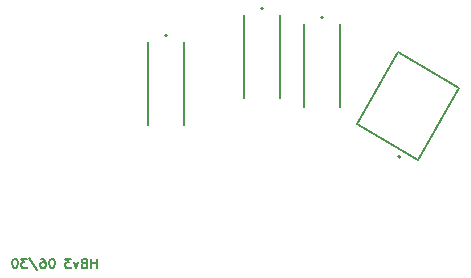
<source format=gbr>
G04 #@! TF.GenerationSoftware,KiCad,Pcbnew,5.1.5*
G04 #@! TF.CreationDate,2020-06-30T15:32:26-05:00*
G04 #@! TF.ProjectId,Encoder,456e636f-6465-4722-9e6b-696361645f70,rev?*
G04 #@! TF.SameCoordinates,Original*
G04 #@! TF.FileFunction,Legend,Bot*
G04 #@! TF.FilePolarity,Positive*
%FSLAX46Y46*%
G04 Gerber Fmt 4.6, Leading zero omitted, Abs format (unit mm)*
G04 Created by KiCad (PCBNEW 5.1.5) date 2020-06-30 15:32:26*
%MOMM*%
%LPD*%
G04 APERTURE LIST*
%ADD10C,0.175000*%
%ADD11C,0.127000*%
%ADD12C,0.200000*%
G04 APERTURE END LIST*
D10*
X138435904Y-81895904D02*
X138435904Y-81095904D01*
X138435904Y-81476857D02*
X137978761Y-81476857D01*
X137978761Y-81895904D02*
X137978761Y-81095904D01*
X137331142Y-81476857D02*
X137216857Y-81514952D01*
X137178761Y-81553047D01*
X137140666Y-81629238D01*
X137140666Y-81743523D01*
X137178761Y-81819714D01*
X137216857Y-81857809D01*
X137293047Y-81895904D01*
X137597809Y-81895904D01*
X137597809Y-81095904D01*
X137331142Y-81095904D01*
X137254952Y-81134000D01*
X137216857Y-81172095D01*
X137178761Y-81248285D01*
X137178761Y-81324476D01*
X137216857Y-81400666D01*
X137254952Y-81438761D01*
X137331142Y-81476857D01*
X137597809Y-81476857D01*
X136874000Y-81362571D02*
X136683523Y-81895904D01*
X136493047Y-81362571D01*
X136264476Y-81095904D02*
X135769238Y-81095904D01*
X136035904Y-81400666D01*
X135921619Y-81400666D01*
X135845428Y-81438761D01*
X135807333Y-81476857D01*
X135769238Y-81553047D01*
X135769238Y-81743523D01*
X135807333Y-81819714D01*
X135845428Y-81857809D01*
X135921619Y-81895904D01*
X136150190Y-81895904D01*
X136226380Y-81857809D01*
X136264476Y-81819714D01*
X134664476Y-81095904D02*
X134588285Y-81095904D01*
X134512095Y-81134000D01*
X134474000Y-81172095D01*
X134435904Y-81248285D01*
X134397809Y-81400666D01*
X134397809Y-81591142D01*
X134435904Y-81743523D01*
X134474000Y-81819714D01*
X134512095Y-81857809D01*
X134588285Y-81895904D01*
X134664476Y-81895904D01*
X134740666Y-81857809D01*
X134778761Y-81819714D01*
X134816857Y-81743523D01*
X134854952Y-81591142D01*
X134854952Y-81400666D01*
X134816857Y-81248285D01*
X134778761Y-81172095D01*
X134740666Y-81134000D01*
X134664476Y-81095904D01*
X133712095Y-81095904D02*
X133864476Y-81095904D01*
X133940666Y-81134000D01*
X133978761Y-81172095D01*
X134054952Y-81286380D01*
X134093047Y-81438761D01*
X134093047Y-81743523D01*
X134054952Y-81819714D01*
X134016857Y-81857809D01*
X133940666Y-81895904D01*
X133788285Y-81895904D01*
X133712095Y-81857809D01*
X133674000Y-81819714D01*
X133635904Y-81743523D01*
X133635904Y-81553047D01*
X133674000Y-81476857D01*
X133712095Y-81438761D01*
X133788285Y-81400666D01*
X133940666Y-81400666D01*
X134016857Y-81438761D01*
X134054952Y-81476857D01*
X134093047Y-81553047D01*
X132721619Y-81057809D02*
X133407333Y-82086380D01*
X132531142Y-81095904D02*
X132035904Y-81095904D01*
X132302571Y-81400666D01*
X132188285Y-81400666D01*
X132112095Y-81438761D01*
X132074000Y-81476857D01*
X132035904Y-81553047D01*
X132035904Y-81743523D01*
X132074000Y-81819714D01*
X132112095Y-81857809D01*
X132188285Y-81895904D01*
X132416857Y-81895904D01*
X132493047Y-81857809D01*
X132531142Y-81819714D01*
X131540666Y-81095904D02*
X131464476Y-81095904D01*
X131388285Y-81134000D01*
X131350190Y-81172095D01*
X131312095Y-81248285D01*
X131274000Y-81400666D01*
X131274000Y-81591142D01*
X131312095Y-81743523D01*
X131350190Y-81819714D01*
X131388285Y-81857809D01*
X131464476Y-81895904D01*
X131540666Y-81895904D01*
X131616857Y-81857809D01*
X131654952Y-81819714D01*
X131693047Y-81743523D01*
X131731142Y-81591142D01*
X131731142Y-81400666D01*
X131693047Y-81248285D01*
X131654952Y-81172095D01*
X131616857Y-81134000D01*
X131540666Y-81095904D01*
D11*
X145796000Y-69794000D02*
X145796000Y-62794000D01*
D12*
X144396000Y-62194000D02*
G75*
G03X144396000Y-62194000I-100000J0D01*
G01*
D11*
X142796000Y-69794000D02*
X142796000Y-62794000D01*
X153924000Y-67508000D02*
X153924000Y-60508000D01*
D12*
X152524000Y-59908000D02*
G75*
G03X152524000Y-59908000I-100000J0D01*
G01*
D11*
X150924000Y-67508000D02*
X150924000Y-60508000D01*
X159004000Y-68270000D02*
X159004000Y-61270000D01*
D12*
X157604000Y-60670000D02*
G75*
G03X157604000Y-60670000I-100000J0D01*
G01*
D11*
X156004000Y-68270000D02*
X156004000Y-61270000D01*
D12*
X164125000Y-72473954D02*
G75*
G03X164125000Y-72473954I-100000J0D01*
G01*
D11*
X169124038Y-66642161D02*
X163927886Y-63642161D01*
X165624038Y-72704339D02*
X160427886Y-69704339D01*
X169124038Y-66642161D02*
X165624038Y-72704339D01*
X163927886Y-63642161D02*
X160427886Y-69704339D01*
M02*

</source>
